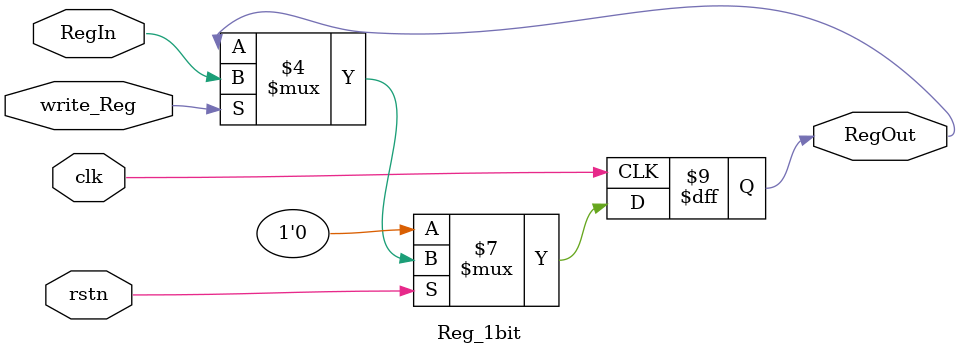
<source format=sv>
module Reg_1bit (RegIn, clk, write_Reg, rstn, RegOut);
	input logic RegIn;
	input logic clk, rstn;
	input logic write_Reg;
	output logic RegOut;
	
	always_ff @ (posedge clk)
	begin
		if (!rstn)
			RegOut <= 1'b0;
		else
			begin
				if (write_Reg)
					RegOut <= RegIn;
				else
					RegOut <= RegOut;
			end

	end
endmodule

</source>
